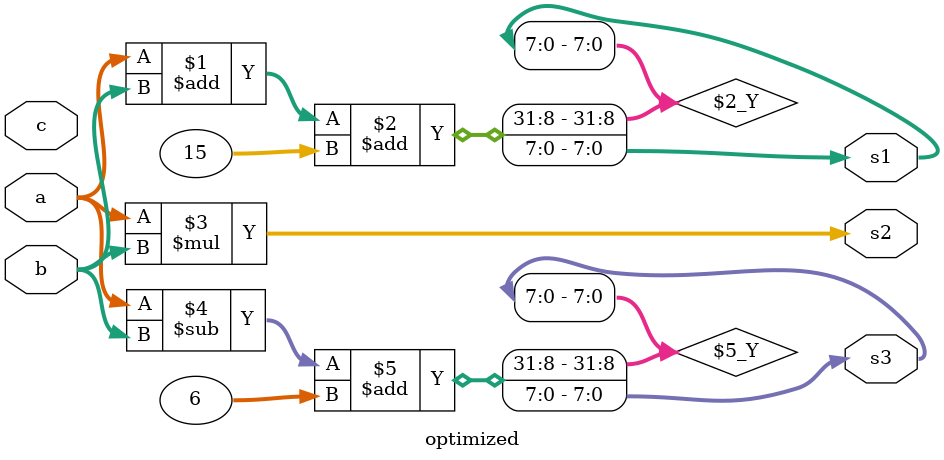
<source format=v>
module optimized
#(  parameter       BW = 8)
(
    input [BW-1:0] a,
    input [BW-1:0] b,
    input [BW-1:0] c,
    output [BW-1:0] s1,
    output [BW-1:0] s2,
    output [BW-1:0] s3
);
    assign s1 = a + b + 15;
    assign s2 = a * b;
    assign s3 = a - b + 6;
endmodule

</source>
